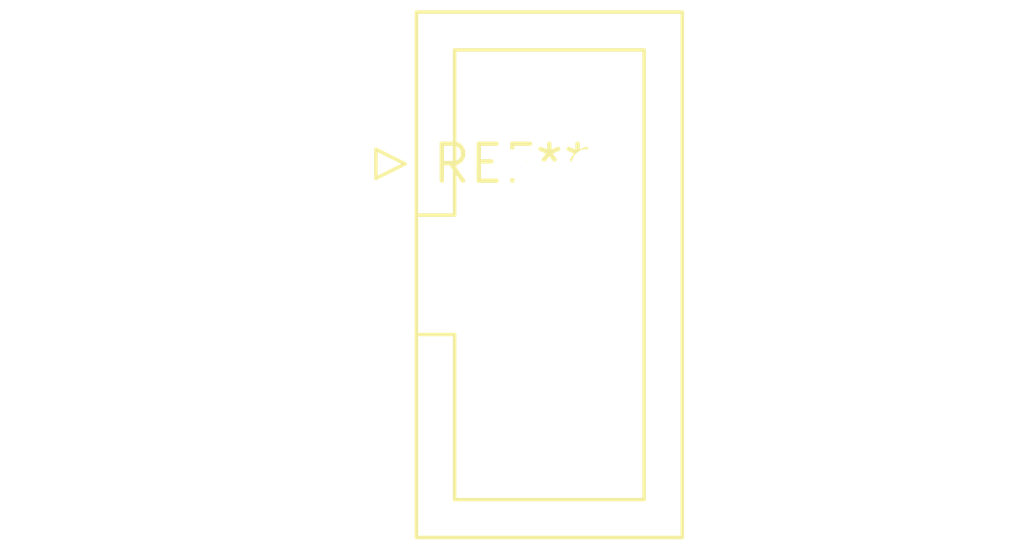
<source format=kicad_pcb>
(kicad_pcb (version 20240108) (generator pcbnew)
  (layers (0 "F.Cu" signal) (31 "B.Cu" signal) (34 "B.Paste" user) (35 "F.Paste" user) (36 "B.SilkS" user "B.Silkscreen") (37 "F.SilkS" user "F.Silkscreen") (38 "B.Mask" user) (39 "F.Mask" user) (44 "Edge.Cuts" user))
  (net 0 "")
  (footprint "IDC-Header_2x04_P2.54mm_Vertical" (layer "F.Cu") (at 0 0)
    (property "Reference" "REF**")
    (property "Value" "IDC-Header_2x04_P2.54mm_Vertical")
    (fp_line (start -4.68 -0.5) (end -4.68 0.5) (layer "F.SilkS") (stroke (width 0.12)))
    (fp_line (start -4.68 0.5) (end -3.68 0) (layer "F.SilkS") (stroke (width 0.12)))
    (fp_line (start -3.68 0) (end -4.68 -0.5) (layer "F.SilkS") (stroke (width 0.12)))
    (fp_line (start -3.29 -5.21) (end 5.83 -5.21) (layer "F.SilkS") (stroke (width 0.12)))
    (fp_line (start -3.29 1.76) (end -1.98 1.76) (layer "F.SilkS") (stroke (width 0.12)))
    (fp_line (start -3.29 12.83) (end -3.29 -5.21) (layer "F.SilkS") (stroke (width 0.12)))
    (fp_line (start -1.98 -3.91) (end 4.52 -3.91) (layer "F.SilkS") (stroke (width 0.12)))
    (fp_line (start -1.98 1.76) (end -1.98 -3.91) (layer "F.SilkS") (stroke (width 0.12)))
    (fp_line (start -1.98 5.86) (end -3.29 5.86) (layer "F.SilkS") (stroke (width 0.12)))
    (fp_line (start -1.98 5.86) (end -1.98 5.86) (layer "F.SilkS") (stroke (width 0.12)))
    (fp_line (start -1.98 11.53) (end -1.98 5.86) (layer "F.SilkS") (stroke (width 0.12)))
    (fp_line (start 4.52 -3.91) (end 4.52 11.53) (layer "F.SilkS") (stroke (width 0.12)))
    (fp_line (start 4.52 11.53) (end -1.98 11.53) (layer "F.SilkS") (stroke (width 0.12)))
    (fp_line (start 5.83 -5.21) (end 5.83 12.83) (layer "F.SilkS") (stroke (width 0.12)))
    (fp_line (start 5.83 12.83) (end -3.29 12.83) (layer "F.SilkS") (stroke (width 0.12)))
    (pad "1" thru_hole roundrect (at 0 0) (size 1.7 1.7) (drill 1) (layers *.Cu *.Mask) (remove_unused_layers) (roundrect_rratio 0.147059))
    (pad "2" thru_hole circle (at 2.54 0) (size 1.7 1.7) (drill 1) (layers *.Cu *.Mask) (remove_unused_layers))
    (pad "3" thru_hole circle (at 0 2.54) (size 1.7 1.7) (drill 1) (layers *.Cu *.Mask) (remove_unused_layers))
    (pad "4" thru_hole circle (at 2.54 2.54) (size 1.7 1.7) (drill 1) (layers *.Cu *.Mask) (remove_unused_layers))
    (pad "5" thru_hole circle (at 0 5.08) (size 1.7 1.7) (drill 1) (layers *.Cu *.Mask) (remove_unused_layers))
    (pad "6" thru_hole circle (at 2.54 5.08) (size 1.7 1.7) (drill 1) (layers *.Cu *.Mask) (remove_unused_layers))
    (pad "7" thru_hole circle (at 0 7.62) (size 1.7 1.7) (drill 1) (layers *.Cu *.Mask) (remove_unused_layers))
    (pad "8" thru_hole circle (at 2.54 7.62) (size 1.7 1.7) (drill 1) (layers *.Cu *.Mask) (remove_unused_layers))
  )
)
</source>
